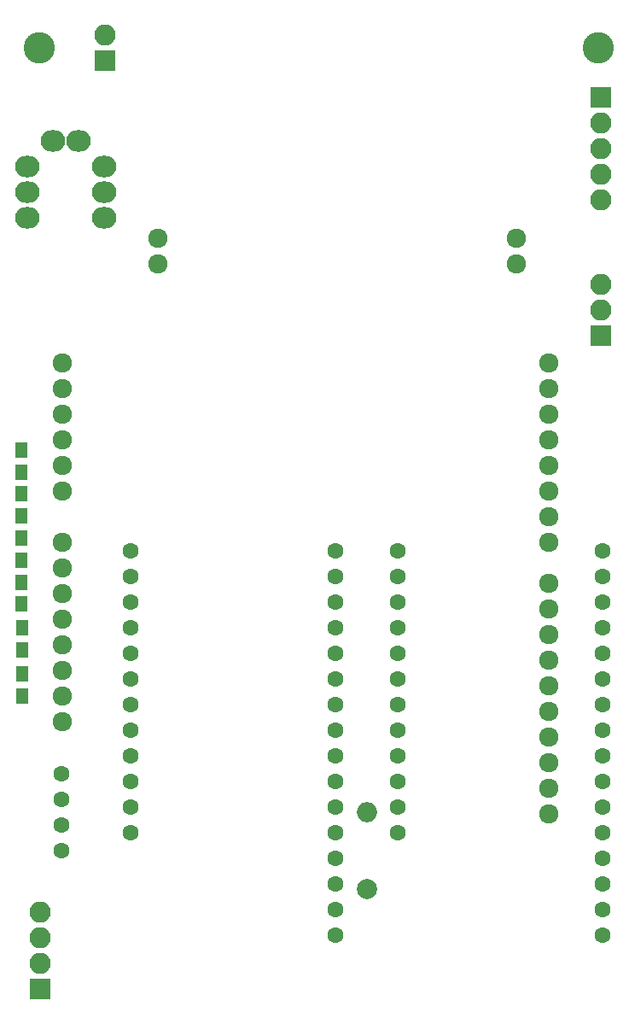
<source format=gbr>
G04 #@! TF.FileFunction,Soldermask,Top*
%FSLAX46Y46*%
G04 Gerber Fmt 4.6, Leading zero omitted, Abs format (unit mm)*
G04 Created by KiCad (PCBNEW 4.0.5) date 03/27/17 13:57:13*
%MOMM*%
%LPD*%
G01*
G04 APERTURE LIST*
%ADD10C,0.100000*%
%ADD11C,3.100000*%
%ADD12C,1.600000*%
%ADD13C,1.924000*%
%ADD14R,2.100000X2.100000*%
%ADD15O,2.100000X2.100000*%
%ADD16C,2.000000*%
%ADD17O,2.000000X2.000000*%
%ADD18R,1.300000X1.600000*%
%ADD19O,2.432000X2.127200*%
G04 APERTURE END LIST*
D10*
D11*
X53250000Y-53250000D03*
D12*
X82670000Y-141240000D03*
X82670000Y-138700000D03*
X82670000Y-136160000D03*
X82670000Y-133620000D03*
X62350000Y-131080000D03*
X82670000Y-131080000D03*
X62350000Y-128540000D03*
X82670000Y-128540000D03*
X62350000Y-126000000D03*
X82670000Y-126000000D03*
X62350000Y-123460000D03*
X82670000Y-123460000D03*
X62350000Y-120920000D03*
X82670000Y-120920000D03*
X62350000Y-118380000D03*
X82670000Y-118380000D03*
X62350000Y-115840000D03*
X82670000Y-115840000D03*
X62350000Y-113300000D03*
X82670000Y-113300000D03*
X62350000Y-110760000D03*
X82670000Y-110760000D03*
X62350000Y-108220000D03*
X82670000Y-108220000D03*
X62350000Y-105680000D03*
X82670000Y-105680000D03*
X62350000Y-103140000D03*
X82670000Y-103140000D03*
D13*
X65000000Y-74660000D03*
X65000000Y-72120000D03*
X100560000Y-72120000D03*
X100560000Y-74660000D03*
D12*
X109160000Y-141250000D03*
X109160000Y-138710000D03*
X109160000Y-136170000D03*
X109160000Y-133630000D03*
X88840000Y-131090000D03*
X109160000Y-131090000D03*
X88840000Y-128550000D03*
X109160000Y-128550000D03*
X88840000Y-126010000D03*
X109160000Y-126010000D03*
X88840000Y-123470000D03*
X109160000Y-123470000D03*
X88840000Y-120930000D03*
X109160000Y-120930000D03*
X88840000Y-118390000D03*
X109160000Y-118390000D03*
X88840000Y-115850000D03*
X109160000Y-115850000D03*
X88840000Y-113310000D03*
X109160000Y-113310000D03*
X88840000Y-110770000D03*
X109160000Y-110770000D03*
X88840000Y-108230000D03*
X109160000Y-108230000D03*
X88840000Y-105690000D03*
X109160000Y-105690000D03*
X88840000Y-103150000D03*
X109160000Y-103150000D03*
D14*
X109000000Y-58170000D03*
D15*
X109000000Y-60710000D03*
X109000000Y-63250000D03*
X109000000Y-65790000D03*
X109000000Y-68330000D03*
D16*
X85750000Y-136620000D03*
D17*
X85750000Y-129000000D03*
D12*
X55500000Y-125250000D03*
X55500000Y-127790000D03*
X55500000Y-130330000D03*
X55500000Y-132870000D03*
D13*
X55540000Y-84500000D03*
X55540000Y-87040000D03*
X55540000Y-89580000D03*
X55540000Y-97200000D03*
X55540000Y-94660000D03*
X55540000Y-92120000D03*
X55540000Y-102280000D03*
X55540000Y-104820000D03*
X55540000Y-107360000D03*
X55540000Y-112440000D03*
X55540000Y-114980000D03*
X103800000Y-84500000D03*
X103800000Y-87040000D03*
X103800000Y-89580000D03*
X103800000Y-92120000D03*
X103800000Y-94660000D03*
X103800000Y-97200000D03*
X103800000Y-99740000D03*
X103800000Y-102280000D03*
X103800000Y-106344000D03*
X103800000Y-108884000D03*
X103800000Y-111424000D03*
X103800000Y-113964000D03*
X103800000Y-116504000D03*
X103800000Y-119044000D03*
X103800000Y-121584000D03*
X103800000Y-124124000D03*
X55540000Y-109900000D03*
X103800000Y-126664000D03*
X103800000Y-129204000D03*
X55540000Y-117520000D03*
X55540000Y-120060000D03*
D14*
X109000000Y-81750000D03*
D15*
X109000000Y-79210000D03*
X109000000Y-76670000D03*
D18*
X51500000Y-93100000D03*
X51500000Y-95300000D03*
X51514580Y-101811994D03*
X51514580Y-104011994D03*
X51541598Y-110703572D03*
X51541598Y-112903572D03*
X51500000Y-99650000D03*
X51500000Y-97450000D03*
X51514580Y-108411994D03*
X51514580Y-106211994D03*
X51541598Y-117553572D03*
X51541598Y-115353572D03*
D14*
X59750000Y-54500000D03*
D15*
X59750000Y-51960000D03*
D11*
X108750000Y-53250000D03*
D19*
X59690000Y-65024000D03*
X59690000Y-67564000D03*
X59690000Y-70104000D03*
X57150000Y-62484000D03*
X54610000Y-62484000D03*
X52070000Y-65024000D03*
X52070000Y-67564000D03*
X52070000Y-70104000D03*
D14*
X53340000Y-146558000D03*
D15*
X53340000Y-144018000D03*
X53340000Y-141478000D03*
X53340000Y-138938000D03*
M02*

</source>
